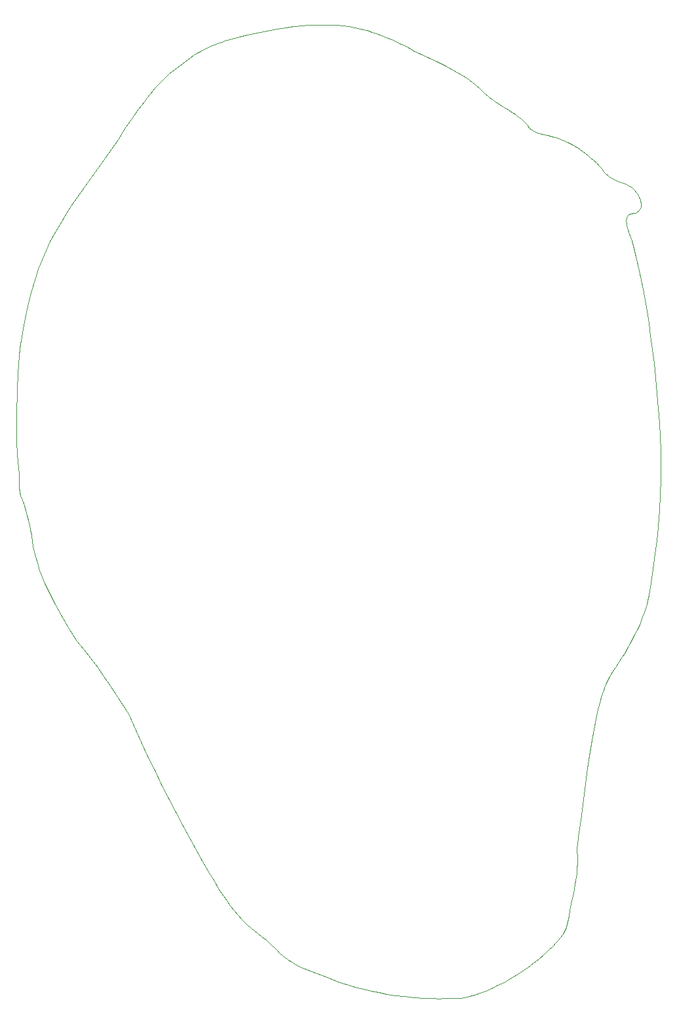
<source format=gbr>
%TF.GenerationSoftware,KiCad,Pcbnew,9.0.4*%
%TF.CreationDate,2025-09-26T18:44:48-06:00*%
%TF.ProjectId,crommeter,63726f6d-6d65-4746-9572-2e6b69636164,rev?*%
%TF.SameCoordinates,Original*%
%TF.FileFunction,Profile,NP*%
%FSLAX46Y46*%
G04 Gerber Fmt 4.6, Leading zero omitted, Abs format (unit mm)*
G04 Created by KiCad (PCBNEW 9.0.4) date 2025-09-26 18:44:48*
%MOMM*%
%LPD*%
G01*
G04 APERTURE LIST*
%TA.AperFunction,Profile*%
%ADD10C,0.046863*%
%TD*%
G04 APERTURE END LIST*
D10*
X125313352Y-38608169D02*
X126086989Y-38622351D01*
X126855344Y-38664388D01*
X127618052Y-38735067D01*
X128374748Y-38835178D01*
X129125066Y-38965508D01*
X129868641Y-39126846D01*
X130237785Y-39219389D01*
X130605106Y-39319980D01*
X130970559Y-39428717D01*
X131334098Y-39545698D01*
X131929133Y-39753403D01*
X132561091Y-39990070D01*
X133208804Y-40246869D01*
X133851105Y-40514969D01*
X134466826Y-40785539D01*
X135034801Y-41049751D01*
X135533861Y-41298773D01*
X135942840Y-41523775D01*
X136265425Y-41715752D01*
X136643643Y-41919221D01*
X137542750Y-42361157D01*
X139742035Y-43388670D01*
X140945295Y-43976332D01*
X141551629Y-44289095D01*
X142153021Y-44614653D01*
X142743416Y-44953137D01*
X143316754Y-45304677D01*
X143866979Y-45669403D01*
X144388034Y-46047445D01*
X144595558Y-46224831D01*
X144786807Y-46395047D01*
X144964290Y-46558859D01*
X145130516Y-46717034D01*
X145733060Y-47308690D01*
X145880655Y-47450174D01*
X146032052Y-47590620D01*
X146189763Y-47730793D01*
X146356296Y-47871460D01*
X146534163Y-48013387D01*
X146725871Y-48157341D01*
X146933932Y-48304087D01*
X147160855Y-48454393D01*
X148346876Y-49192009D01*
X148956210Y-49572584D01*
X149551451Y-49962191D01*
X149837933Y-50160661D01*
X150113868Y-50361722D01*
X150376914Y-50565486D01*
X150624729Y-50772066D01*
X150854973Y-50981571D01*
X151065304Y-51194115D01*
X151253379Y-51409807D01*
X151416859Y-51628759D01*
X151535244Y-51767006D01*
X151645202Y-51886783D01*
X151748146Y-51989961D01*
X151845491Y-52078409D01*
X151938649Y-52153999D01*
X152029035Y-52218600D01*
X152118063Y-52274083D01*
X152207147Y-52322318D01*
X152297699Y-52365175D01*
X152391134Y-52404524D01*
X152488866Y-52442237D01*
X152592308Y-52480182D01*
X152821978Y-52564254D01*
X152951033Y-52614120D01*
X153091454Y-52671702D01*
X153210542Y-52712487D01*
X153414028Y-52759564D01*
X154046998Y-52897848D01*
X154462885Y-53001683D01*
X154935973Y-53137064D01*
X155459463Y-53310305D01*
X156026558Y-53527721D01*
X156630456Y-53795624D01*
X156944083Y-53950482D01*
X157264360Y-54120329D01*
X157590440Y-54305955D01*
X157921471Y-54508149D01*
X158256603Y-54727701D01*
X158594988Y-54965398D01*
X158935774Y-55222031D01*
X159278113Y-55498389D01*
X159621154Y-55795262D01*
X159964047Y-56113437D01*
X160305942Y-56453705D01*
X160645990Y-56816855D01*
X160983341Y-57203675D01*
X161317144Y-57614956D01*
X161420200Y-57734421D01*
X161526260Y-57846184D01*
X161635119Y-57950683D01*
X161746571Y-58048357D01*
X161860413Y-58139644D01*
X161976438Y-58224985D01*
X162214220Y-58379579D01*
X162458277Y-58515649D01*
X162706971Y-58636706D01*
X162958660Y-58746261D01*
X163211707Y-58847824D01*
X163715309Y-59041017D01*
X163962586Y-59139668D01*
X164204659Y-59244369D01*
X164439891Y-59358631D01*
X164666639Y-59485964D01*
X164883266Y-59629880D01*
X164987271Y-59709153D01*
X165088131Y-59793888D01*
X165185987Y-59884774D01*
X165280875Y-59981836D01*
X165372434Y-60084514D01*
X165460302Y-60192250D01*
X165623518Y-60420660D01*
X165767631Y-60662596D01*
X165889748Y-60913586D01*
X165941653Y-61041080D01*
X165986975Y-61169161D01*
X166025351Y-61297270D01*
X166056420Y-61424849D01*
X166079820Y-61551338D01*
X166095189Y-61676180D01*
X166102167Y-61798814D01*
X166100391Y-61918683D01*
X166089499Y-62035228D01*
X166069131Y-62147889D01*
X166038924Y-62256108D01*
X165998517Y-62359326D01*
X165947548Y-62456984D01*
X165885656Y-62548523D01*
X165812479Y-62633385D01*
X165727655Y-62711011D01*
X165630823Y-62780842D01*
X165521621Y-62842318D01*
X165399688Y-62894882D01*
X165264661Y-62937975D01*
X165116180Y-62971037D01*
X164953882Y-62993510D01*
X164828055Y-63014778D01*
X164715281Y-63045738D01*
X164615055Y-63085991D01*
X164526876Y-63135142D01*
X164450240Y-63192791D01*
X164384645Y-63258541D01*
X164329588Y-63331996D01*
X164284566Y-63412757D01*
X164249077Y-63500427D01*
X164222617Y-63594608D01*
X164204684Y-63694903D01*
X164194776Y-63800914D01*
X164192389Y-63912244D01*
X164197021Y-64028495D01*
X164208169Y-64149270D01*
X164225329Y-64274170D01*
X164248001Y-64402800D01*
X164275680Y-64534760D01*
X164344049Y-64807083D01*
X164426416Y-65087960D01*
X164518758Y-65374211D01*
X164907438Y-66509340D01*
X165113923Y-67205933D01*
X165442453Y-68511628D01*
X165860374Y-70373709D01*
X166335033Y-72739460D01*
X166833779Y-75556166D01*
X167081979Y-77117153D01*
X167323957Y-78771111D01*
X167555629Y-80511449D01*
X167772915Y-82331578D01*
X167971732Y-84224910D01*
X168148000Y-86184853D01*
X168338408Y-88146196D01*
X168481687Y-90000345D01*
X168579316Y-91793365D01*
X168632775Y-93571319D01*
X168643540Y-95380269D01*
X168613092Y-97266279D01*
X168542908Y-99275412D01*
X168434468Y-101453731D01*
X168390597Y-102256263D01*
X168279586Y-103539524D01*
X168112636Y-105163603D01*
X167900950Y-106988590D01*
X167655727Y-108874573D01*
X167388170Y-110681643D01*
X167109480Y-112269888D01*
X166969461Y-112938229D01*
X166830859Y-113499398D01*
X166679074Y-114014758D01*
X166506601Y-114533376D01*
X166316553Y-115051895D01*
X166112046Y-115566960D01*
X165896194Y-116075213D01*
X165672112Y-116573300D01*
X165211717Y-117525549D01*
X164755781Y-118396858D01*
X164329220Y-119160378D01*
X163956954Y-119789261D01*
X163663900Y-120256657D01*
X162785259Y-121594161D01*
X162396143Y-122211630D01*
X162212717Y-122519965D01*
X162036172Y-122832764D01*
X161866102Y-123153576D01*
X161702103Y-123485950D01*
X161543767Y-123833435D01*
X161390691Y-124199578D01*
X161242468Y-124587928D01*
X161098694Y-125002035D01*
X160958962Y-125445447D01*
X160822867Y-125921711D01*
X160551886Y-127020682D01*
X160281615Y-128291182D01*
X160019576Y-129656851D01*
X159773293Y-131041326D01*
X159358082Y-133561245D01*
X159096164Y-135240043D01*
X158366853Y-140748015D01*
X157999253Y-143528266D01*
X157886451Y-144467424D01*
X157848307Y-144931639D01*
X157865925Y-146383650D01*
X157855013Y-147091597D01*
X157838810Y-147459537D01*
X157813227Y-147843827D01*
X157776602Y-148249748D01*
X157727273Y-148682580D01*
X157663578Y-149147603D01*
X157583856Y-149650097D01*
X157486444Y-150195342D01*
X157369680Y-150788618D01*
X157231903Y-151435206D01*
X157071452Y-152140386D01*
X156969246Y-152611092D01*
X156888779Y-153041461D01*
X156765550Y-153804708D01*
X156709033Y-154149347D01*
X156646745Y-154477171D01*
X156571808Y-154794060D01*
X156477346Y-155105895D01*
X156420643Y-155261755D01*
X156356480Y-155418556D01*
X156283997Y-155577034D01*
X156202334Y-155737924D01*
X156110632Y-155901960D01*
X156008030Y-156069879D01*
X155893669Y-156242414D01*
X155766691Y-156420301D01*
X155626234Y-156604276D01*
X155471439Y-156795072D01*
X155301447Y-156993426D01*
X155115397Y-157200072D01*
X154691688Y-157641181D01*
X154193435Y-158124280D01*
X153576570Y-158695218D01*
X152915439Y-159259455D01*
X152216630Y-159813238D01*
X151486733Y-160352818D01*
X150732337Y-160874442D01*
X149960031Y-161374360D01*
X149176405Y-161848821D01*
X148388047Y-162294074D01*
X147601547Y-162706366D01*
X146823493Y-163081948D01*
X146060476Y-163417068D01*
X145319084Y-163707976D01*
X144605906Y-163950919D01*
X143927532Y-164142147D01*
X143290550Y-164277909D01*
X142701551Y-164354454D01*
X140691636Y-164403462D01*
X139978471Y-164410757D01*
X139372242Y-164405384D01*
X138807252Y-164386445D01*
X138217806Y-164353044D01*
X136702766Y-164239269D01*
X135498319Y-164127503D01*
X134355550Y-163988202D01*
X133270966Y-163824072D01*
X132241076Y-163637820D01*
X131262388Y-163432153D01*
X130331408Y-163209778D01*
X129444647Y-162973400D01*
X128598610Y-162725728D01*
X127014745Y-162207323D01*
X125551876Y-161676216D01*
X122877383Y-160662512D01*
X122652352Y-160575926D01*
X122414030Y-160475021D01*
X122165059Y-160361091D01*
X121908080Y-160235430D01*
X121645735Y-160099331D01*
X121380665Y-159954089D01*
X121115511Y-159800997D01*
X120852916Y-159641348D01*
X120595520Y-159476436D01*
X120345965Y-159307556D01*
X120106891Y-159136000D01*
X119880942Y-158963062D01*
X119670757Y-158790037D01*
X119478979Y-158618217D01*
X119308249Y-158448897D01*
X119161207Y-158283371D01*
X118945453Y-158034244D01*
X118713372Y-157789262D01*
X118467450Y-157548358D01*
X118210172Y-157311461D01*
X117944025Y-157078505D01*
X117671493Y-156849420D01*
X117117220Y-156402592D01*
X116041426Y-155552383D01*
X115793800Y-155348483D01*
X115559674Y-155147907D01*
X115341535Y-154950587D01*
X115141866Y-154756455D01*
X114576130Y-154175290D01*
X114044508Y-153592556D01*
X113541194Y-153002562D01*
X113060385Y-152399618D01*
X112596274Y-151778034D01*
X112143059Y-151132118D01*
X111694933Y-150456181D01*
X111246092Y-149744533D01*
X110790732Y-148991482D01*
X110323047Y-148191339D01*
X109327484Y-146427014D01*
X106933056Y-142082876D01*
X105973593Y-140309790D01*
X105041434Y-138523174D01*
X104134432Y-136724272D01*
X103250440Y-134914328D01*
X102387312Y-133094586D01*
X101542902Y-131266289D01*
X99901645Y-127589005D01*
X98325972Y-125159495D01*
X97529600Y-123949418D01*
X96718297Y-122750819D01*
X95885134Y-121569964D01*
X95023180Y-120413122D01*
X94125505Y-119286561D01*
X93661106Y-118736594D01*
X93185178Y-118196549D01*
X92208279Y-116594228D01*
X91249238Y-114971944D01*
X90334061Y-113323542D01*
X89901048Y-112487625D01*
X89488754Y-111642871D01*
X89100428Y-110788512D01*
X88739322Y-109923777D01*
X88408686Y-109047899D01*
X88111771Y-108160108D01*
X87851828Y-107259634D01*
X87632107Y-106345709D01*
X87455859Y-105417563D01*
X87326335Y-104474428D01*
X87220315Y-103861584D01*
X87095496Y-103241557D01*
X86951881Y-102614634D01*
X86789471Y-101981100D01*
X86608270Y-101341243D01*
X86408277Y-100695349D01*
X86189495Y-100043703D01*
X85951927Y-99386593D01*
X85901500Y-99232923D01*
X85862178Y-99073070D01*
X85832513Y-98906267D01*
X85811060Y-98731749D01*
X85796371Y-98548749D01*
X85787000Y-98356501D01*
X85778426Y-97941201D01*
X85773762Y-97479721D01*
X85761436Y-96965933D01*
X85748782Y-96687510D01*
X85729874Y-96393711D01*
X85703263Y-96083772D01*
X85667502Y-95756927D01*
X85524985Y-94155609D01*
X85441855Y-92437104D01*
X85407300Y-90670888D01*
X85410512Y-88926433D01*
X85486994Y-85780701D01*
X85584821Y-83555698D01*
X85654875Y-82468063D01*
X85751946Y-81401388D01*
X85872339Y-80360443D01*
X86012361Y-79349997D01*
X86336516Y-77439672D01*
X86694860Y-75708563D01*
X87057843Y-74194818D01*
X87395915Y-72936585D01*
X87879122Y-71339249D01*
X88253436Y-70112943D01*
X88699241Y-68906112D01*
X89209493Y-67717646D01*
X89777150Y-66546434D01*
X90395167Y-65391364D01*
X91056503Y-64251326D01*
X91754112Y-63125208D01*
X92480952Y-62011899D01*
X98502766Y-53433218D01*
X99151544Y-52424058D01*
X99561853Y-51795462D01*
X100037236Y-51086747D01*
X100583541Y-50299836D01*
X101206612Y-49436647D01*
X101912296Y-48499102D01*
X102297945Y-48003047D01*
X102706440Y-47489121D01*
X102998733Y-47133731D01*
X103295034Y-46789567D01*
X103595331Y-46456097D01*
X103899610Y-46132789D01*
X104207857Y-45819109D01*
X104520060Y-45514527D01*
X104836204Y-45218509D01*
X105156276Y-44930522D01*
X105480263Y-44650034D01*
X105808151Y-44376514D01*
X106139928Y-44109427D01*
X106475579Y-43848242D01*
X107158451Y-43341447D01*
X107856660Y-42851869D01*
X108298294Y-42552996D01*
X108740222Y-42276650D01*
X109182924Y-42021340D01*
X109626877Y-41785574D01*
X110072560Y-41567859D01*
X110520452Y-41366706D01*
X110971031Y-41180621D01*
X111424776Y-41008114D01*
X111882164Y-40847693D01*
X112343676Y-40697866D01*
X113280981Y-40424030D01*
X114240520Y-40174672D01*
X115226121Y-39937860D01*
X116527968Y-39644787D01*
X117799012Y-39382640D01*
X119022832Y-39154042D01*
X120183010Y-38961613D01*
X121263124Y-38807978D01*
X122246756Y-38695756D01*
X123117484Y-38627572D01*
X123858891Y-38606046D01*
X125313352Y-38608169D01*
M02*

</source>
